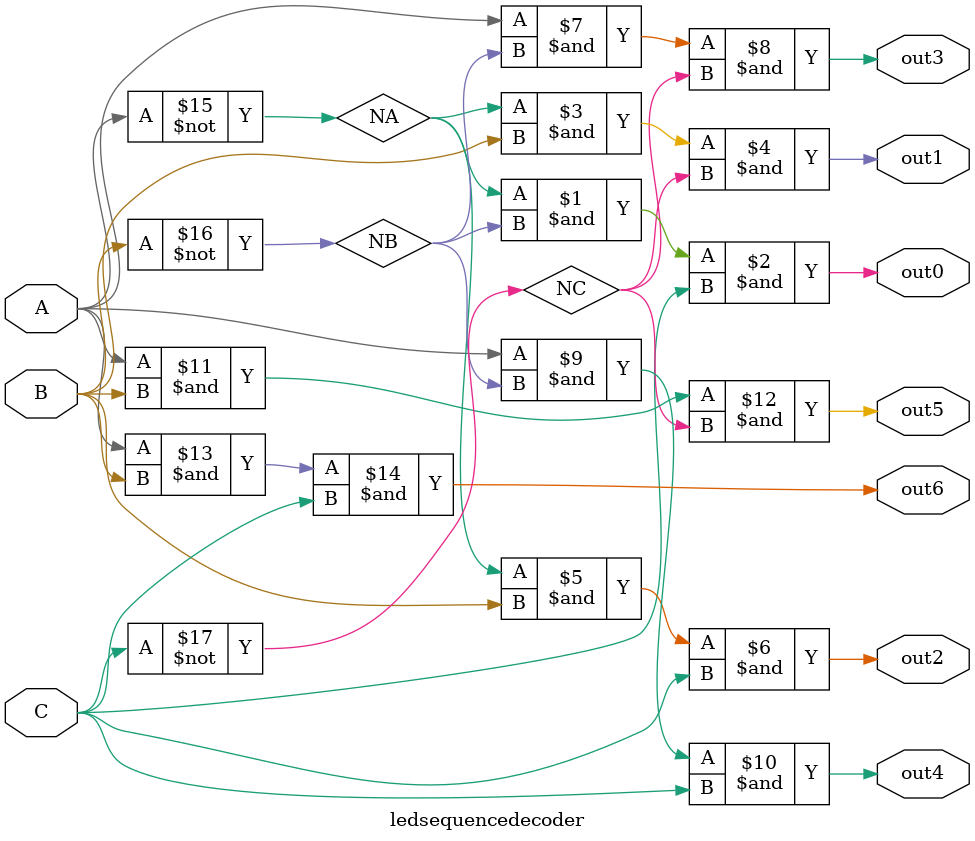
<source format=v>
module ledsequencedecoder (A, B, C,
out0, out1, out2, out3, out4, out5, out6);
	
	//Entradas
	// (A, B, C) = Sequencia binaria da funcionalidade a ser exibida, A mais significativo
	input A, B, C;
	
	//Saidas
	// (out0, out1, out2, out3, out4, out5, out6) = Saidas que serao ligadas ou aos LEDS sequenciais, ou as linhas da matrix de LEDs
	output out0, out1, out2, out3, out4, out5, out6;
	
	//Fios do modulo
	wire NA, NB, NC;
	

//Negacao das entradas
not (NA, A);
not (NB, B);
not (NC, C);

//Condicoes para nivel ALTO em cada saida, descrevem os numeros binarios de 1 a 7
and led0and(out0, NA, NB, C);
and led1and(out1, NA, B, NC);
and led2and(out2, NA, B, C);
and led3and(out3, A, NB, NC);
and led4and(out4, A, NB, C);
and led5and(out5, A, B, NC);
and led6and(out6, A, B, C);

endmodule

</source>
